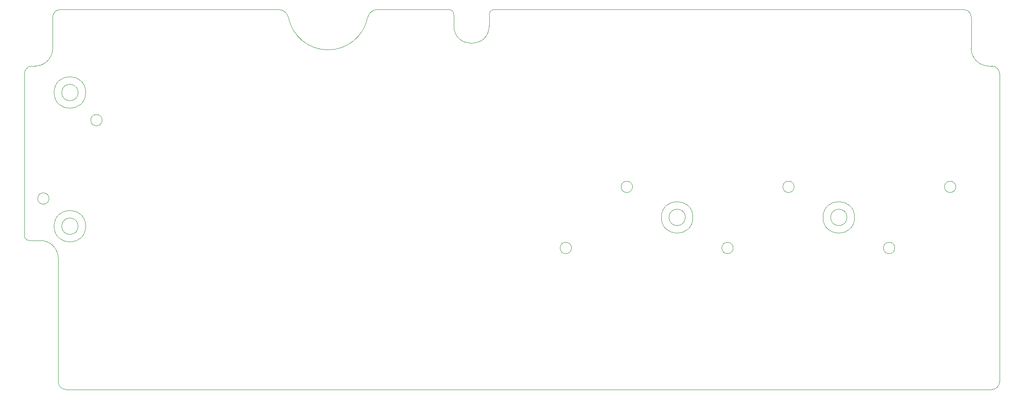
<source format=gko>
G04*
G04 #@! TF.GenerationSoftware,Altium Limited,Altium Designer,22.1.2 (22)*
G04*
G04 Layer_Color=16711935*
%FSLAX44Y44*%
%MOMM*%
G71*
G04*
G04 #@! TF.SameCoordinates,4FF52C19-E322-4989-B108-829305E1C033*
G04*
G04*
G04 #@! TF.FilePolarity,Positive*
G04*
G01*
G75*
%ADD95C,0.0127*%
%ADD96C,0.0200*%
D95*
X293110Y783160D02*
G03*
X293110Y783160I-16250J0D01*
G01*
X2116860Y820660D02*
G03*
X2101860Y835660I-15000J0D01*
G01*
X2060860Y870660D02*
G03*
X2095860Y835660I35000J0D01*
G01*
X885840Y947660D02*
G03*
X866244Y931660I0J-20000D01*
G01*
X2101860Y194660D02*
G03*
X2116860Y209660I0J15000D01*
G01*
X253860D02*
G03*
X268860Y194660I15000J0D01*
G01*
X201860Y835660D02*
G03*
X186860Y820660I0J-15000D01*
G01*
X207860Y835660D02*
G03*
X242860Y870660I0J35000D01*
G01*
X257860Y947660D02*
G03*
X242860Y932660I0J-15000D01*
G01*
X1036860Y915660D02*
G03*
X1106860Y915660I35000J0D01*
G01*
X1036860Y937660D02*
G03*
X1026860Y947660I-10000J0D01*
G01*
X1116860D02*
G03*
X1106860Y937660I0J-10000D01*
G01*
X709476Y931660D02*
G03*
X866244Y931660I78384J16000D01*
G01*
X2060860Y932660D02*
G03*
X2045860Y947660I-15000J0D01*
G01*
X709476Y931660D02*
G03*
X689880Y947660I-19596J-4000D01*
G01*
X308110Y518160D02*
G03*
X308110Y518160I-31250J0D01*
G01*
Y783160D02*
G03*
X308110Y783160I-31250J0D01*
G01*
X1510110Y535660D02*
G03*
X1510110Y535660I-31250J0D01*
G01*
X1830110D02*
G03*
X1830110Y535660I-31250J0D01*
G01*
X1116860Y947660D02*
X2045860D01*
X2095860Y835660D02*
X2101860D01*
X253860Y209660D02*
Y437620D01*
X2116860Y209660D02*
Y820660D01*
X242860Y870660D02*
Y932660D01*
X268860Y194660D02*
X2101860D01*
X201860Y835660D02*
X207860D01*
X885840Y947660D02*
X1026860D01*
X257860D02*
X689880D01*
X2060860Y870660D02*
Y932660D01*
X1106860Y915660D02*
Y937660D01*
X1036860Y915660D02*
Y937660D01*
D96*
X2030515Y596257D02*
G03*
X2030515Y596257I-11250J0D01*
G01*
X1909705Y475063D02*
G03*
X1909705Y475063I-11250J0D01*
G01*
X1815110Y535660D02*
G03*
X1815110Y535660I-16250J0D01*
G01*
X1710515Y596257D02*
G03*
X1710515Y596257I-11250J0D01*
G01*
X1589705Y475063D02*
G03*
X1589705Y475063I-11250J0D01*
G01*
X1495110Y535660D02*
G03*
X1495110Y535660I-16250J0D01*
G01*
X1390515Y596257D02*
G03*
X1390515Y596257I-11250J0D01*
G01*
X1269705Y475063D02*
G03*
X1269705Y475063I-11250J0D01*
G01*
X293110Y518160D02*
G03*
X293110Y518160I-16250J0D01*
G01*
X235564Y573019D02*
G03*
X235564Y573019I-11250J0D01*
G01*
X340656Y728301D02*
G03*
X340656Y728301I-11250J0D01*
G01*
X293110Y783160D02*
G03*
X293110Y783160I-16250J0D01*
G01*
X2116860Y820660D02*
G03*
X2101860Y835660I-15000J0D01*
G01*
X709476Y931660D02*
G03*
X689880Y947660I-19596J-4000D01*
G01*
X186860Y499660D02*
G03*
X196860Y489660I10000J0D01*
G01*
X1036860Y937660D02*
G03*
X1026860Y947660I-10000J0D01*
G01*
X1036860Y915660D02*
G03*
X1106860Y915660I35000J0D01*
G01*
X885840Y947660D02*
G03*
X866244Y931660I0J-20000D01*
G01*
X2101860Y194660D02*
G03*
X2116860Y209660I0J15000D01*
G01*
X1116860Y947660D02*
G03*
X1106860Y937660I0J-10000D01*
G01*
X201860Y835660D02*
G03*
X186860Y820660I0J-15000D01*
G01*
X2060860Y932660D02*
G03*
X2045860Y947660I-15000J0D01*
G01*
X253860Y209660D02*
G03*
X268860Y194660I15000J0D01*
G01*
X207860Y835660D02*
G03*
X242860Y870660I0J35000D01*
G01*
X253860Y454660D02*
G03*
X218860Y489660I-35000J0D01*
G01*
X2060860Y870660D02*
G03*
X2095860Y835660I35000J0D01*
G01*
X709476Y931660D02*
G03*
X866244Y931660I78384J16000D01*
G01*
X257860Y947660D02*
G03*
X242860Y932660I0J-15000D01*
G01*
X2060860Y870660D02*
Y932660D01*
X196860Y489660D02*
X218860D01*
X242860Y870660D02*
Y932660D01*
X2095860Y835660D02*
X2101860D01*
X257860Y947660D02*
X689880D01*
X885840D02*
X1026860D01*
X2116860Y209660D02*
Y820660D01*
X1036860Y915660D02*
Y937660D01*
X1106860Y915660D02*
Y937660D01*
X268860Y194660D02*
X2101860D01*
X186860Y499660D02*
Y820660D01*
X253860Y209660D02*
Y454660D01*
X201860Y835660D02*
X207860D01*
X1116860Y947660D02*
X2045860D01*
M02*

</source>
